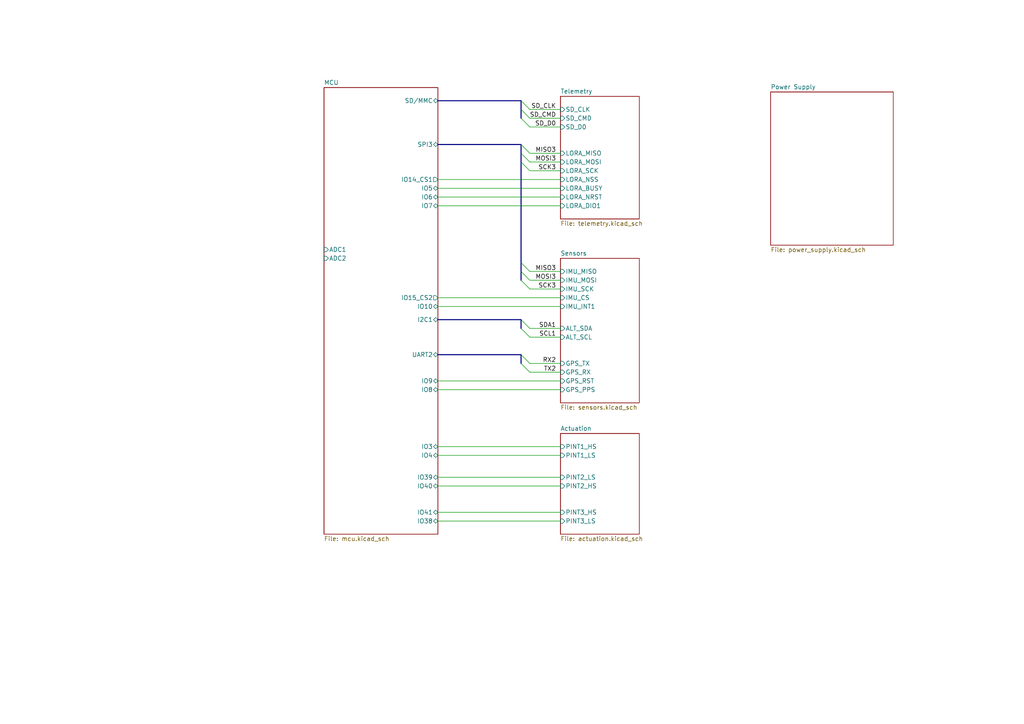
<source format=kicad_sch>
(kicad_sch
	(version 20250114)
	(generator "eeschema")
	(generator_version "9.0")
	(uuid "0e774532-df3b-4713-ac9c-64e52152da2c")
	(paper "A4")
	(lib_symbols)
	(bus_entry
		(at 151.13 29.21)
		(size 2.54 2.54)
		(stroke
			(width 0)
			(type default)
		)
		(uuid "0036e166-3413-4053-a5be-1d15d9f34a4a")
	)
	(bus_entry
		(at 151.13 41.91)
		(size 2.54 2.54)
		(stroke
			(width 0)
			(type default)
		)
		(uuid "0ef8b22a-d061-4551-a012-19daadbb6c40")
	)
	(bus_entry
		(at 151.13 95.25)
		(size 2.54 2.54)
		(stroke
			(width 0)
			(type default)
		)
		(uuid "2a779f6c-f497-4275-b5c6-c6aeef0a7d34")
	)
	(bus_entry
		(at 151.13 44.45)
		(size 2.54 2.54)
		(stroke
			(width 0)
			(type default)
		)
		(uuid "3098e9c0-c7dc-4105-a4e7-a2caa81e87ab")
	)
	(bus_entry
		(at 151.13 105.41)
		(size 2.54 2.54)
		(stroke
			(width 0)
			(type default)
		)
		(uuid "5c84f268-99c9-4d3d-b40f-35835d4ff303")
	)
	(bus_entry
		(at 151.13 81.28)
		(size 2.54 2.54)
		(stroke
			(width 0)
			(type default)
		)
		(uuid "71a68d4b-7d1c-4066-ac51-6c71421f52e3")
	)
	(bus_entry
		(at 151.13 34.29)
		(size 2.54 2.54)
		(stroke
			(width 0)
			(type default)
		)
		(uuid "79532ee0-5c8f-494e-b90f-6467fb9a4586")
	)
	(bus_entry
		(at 151.13 78.74)
		(size 2.54 2.54)
		(stroke
			(width 0)
			(type default)
		)
		(uuid "7cba653f-412a-402e-b24b-8903d85ca54b")
	)
	(bus_entry
		(at 151.13 76.2)
		(size 2.54 2.54)
		(stroke
			(width 0)
			(type default)
		)
		(uuid "7f4a6957-9ee1-45d6-84ce-9c08076a7213")
	)
	(bus_entry
		(at 151.13 92.71)
		(size 2.54 2.54)
		(stroke
			(width 0)
			(type default)
		)
		(uuid "7fe9ac85-d470-4fde-9e7b-a6fe4b3bc627")
	)
	(bus_entry
		(at 151.13 46.99)
		(size 2.54 2.54)
		(stroke
			(width 0)
			(type default)
		)
		(uuid "87695714-10d2-47ed-beb2-417e00bc7f4f")
	)
	(bus_entry
		(at 151.13 102.87)
		(size 2.54 2.54)
		(stroke
			(width 0)
			(type default)
		)
		(uuid "a8aad3ad-7d27-4a19-b778-0893fdb98a52")
	)
	(bus_entry
		(at 151.13 31.75)
		(size 2.54 2.54)
		(stroke
			(width 0)
			(type default)
		)
		(uuid "fff1652c-faef-4f79-93f8-117c5b004f9c")
	)
	(bus
		(pts
			(xy 127 41.91) (xy 151.13 41.91)
		)
		(stroke
			(width 0)
			(type default)
		)
		(uuid "0001091d-1b16-4885-99db-1669057c8c1f")
	)
	(wire
		(pts
			(xy 127 138.43) (xy 162.56 138.43)
		)
		(stroke
			(width 0)
			(type default)
		)
		(uuid "0e6bdcf9-d75a-4042-98ef-50f45565e05b")
	)
	(bus
		(pts
			(xy 151.13 46.99) (xy 151.13 76.2)
		)
		(stroke
			(width 0)
			(type default)
		)
		(uuid "11a836b9-9da3-414e-ae6f-c6c39857aed3")
	)
	(wire
		(pts
			(xy 153.67 105.41) (xy 162.56 105.41)
		)
		(stroke
			(width 0)
			(type default)
		)
		(uuid "1713b4a8-994e-46bf-a095-6e96b0bf8f81")
	)
	(bus
		(pts
			(xy 151.13 76.2) (xy 151.13 78.74)
		)
		(stroke
			(width 0)
			(type default)
		)
		(uuid "1772548d-6957-468a-ae9e-52bd8d1abd60")
	)
	(wire
		(pts
			(xy 153.67 36.83) (xy 162.56 36.83)
		)
		(stroke
			(width 0)
			(type default)
		)
		(uuid "1c68a0db-84e7-48c2-b87c-1d227171a9c5")
	)
	(wire
		(pts
			(xy 127 113.03) (xy 162.56 113.03)
		)
		(stroke
			(width 0)
			(type default)
		)
		(uuid "2b5d7f69-817d-426a-b290-4ad6b7608bfd")
	)
	(bus
		(pts
			(xy 127 29.21) (xy 151.13 29.21)
		)
		(stroke
			(width 0)
			(type default)
		)
		(uuid "2cd469dc-25f7-4495-8c3d-24ceb500a2d0")
	)
	(wire
		(pts
			(xy 153.67 34.29) (xy 162.56 34.29)
		)
		(stroke
			(width 0)
			(type default)
		)
		(uuid "2dbd1e1b-e100-4fc7-ada1-7f5f6d78a07a")
	)
	(bus
		(pts
			(xy 151.13 31.75) (xy 151.13 29.21)
		)
		(stroke
			(width 0)
			(type default)
		)
		(uuid "310da823-a8a5-42f1-bb6e-84f58a43fef0")
	)
	(wire
		(pts
			(xy 153.67 95.25) (xy 162.56 95.25)
		)
		(stroke
			(width 0)
			(type default)
		)
		(uuid "34deead8-571b-41ac-be13-01c0f5afd2f3")
	)
	(wire
		(pts
			(xy 127 110.49) (xy 162.56 110.49)
		)
		(stroke
			(width 0)
			(type default)
		)
		(uuid "360e1618-7baf-4a2f-ab45-80157608d6db")
	)
	(wire
		(pts
			(xy 153.67 81.28) (xy 162.56 81.28)
		)
		(stroke
			(width 0)
			(type default)
		)
		(uuid "3a57ede3-ba50-417a-add9-18e9046e557e")
	)
	(wire
		(pts
			(xy 127 57.15) (xy 162.56 57.15)
		)
		(stroke
			(width 0)
			(type default)
		)
		(uuid "498623f3-ff3d-42fa-9368-ca17a6eb0264")
	)
	(wire
		(pts
			(xy 153.67 49.53) (xy 162.56 49.53)
		)
		(stroke
			(width 0)
			(type default)
		)
		(uuid "50c4001e-12ad-4720-bdcc-95c40a01d2dc")
	)
	(wire
		(pts
			(xy 153.67 83.82) (xy 162.56 83.82)
		)
		(stroke
			(width 0)
			(type default)
		)
		(uuid "5f3c1f92-15e7-4c63-9099-f78e4a75832c")
	)
	(wire
		(pts
			(xy 127 59.69) (xy 162.56 59.69)
		)
		(stroke
			(width 0)
			(type default)
		)
		(uuid "61bae5e4-9eb4-492e-98f5-d7349aaeffc3")
	)
	(wire
		(pts
			(xy 127 132.08) (xy 162.56 132.08)
		)
		(stroke
			(width 0)
			(type default)
		)
		(uuid "68e9e1e9-5ad5-4714-85f9-66d42becf552")
	)
	(wire
		(pts
			(xy 127 86.36) (xy 162.56 86.36)
		)
		(stroke
			(width 0)
			(type default)
		)
		(uuid "6cf4cb3e-ede3-4b7a-a583-c612c6e2b7ae")
	)
	(wire
		(pts
			(xy 127 52.07) (xy 162.56 52.07)
		)
		(stroke
			(width 0)
			(type default)
		)
		(uuid "6e6af846-bf8e-45fd-839c-1f64452e83bc")
	)
	(bus
		(pts
			(xy 151.13 34.29) (xy 151.13 31.75)
		)
		(stroke
			(width 0)
			(type default)
		)
		(uuid "6ec1702f-81f0-475d-996b-4869fdc4b931")
	)
	(bus
		(pts
			(xy 151.13 44.45) (xy 151.13 41.91)
		)
		(stroke
			(width 0)
			(type default)
		)
		(uuid "7f26eb58-46c2-440d-89b1-663ce297e95c")
	)
	(wire
		(pts
			(xy 127 54.61) (xy 162.56 54.61)
		)
		(stroke
			(width 0)
			(type default)
		)
		(uuid "82e0fc63-0f72-4a5f-ad48-699824e45296")
	)
	(bus
		(pts
			(xy 151.13 95.25) (xy 151.13 92.71)
		)
		(stroke
			(width 0)
			(type default)
		)
		(uuid "96d12b34-dcb6-4fc6-a542-47288831f09a")
	)
	(wire
		(pts
			(xy 127 129.54) (xy 162.56 129.54)
		)
		(stroke
			(width 0)
			(type default)
		)
		(uuid "be65a891-3edb-4866-9996-7f1b21ed3782")
	)
	(wire
		(pts
			(xy 153.67 31.75) (xy 162.56 31.75)
		)
		(stroke
			(width 0)
			(type default)
		)
		(uuid "be700a45-8632-4a73-b857-be16430fdbe4")
	)
	(wire
		(pts
			(xy 153.67 46.99) (xy 162.56 46.99)
		)
		(stroke
			(width 0)
			(type default)
		)
		(uuid "c26ec667-ea89-49be-bb6a-79277287b2df")
	)
	(wire
		(pts
			(xy 153.67 44.45) (xy 162.56 44.45)
		)
		(stroke
			(width 0)
			(type default)
		)
		(uuid "c840fe50-de2f-4d57-acde-38150af7a5b7")
	)
	(bus
		(pts
			(xy 151.13 44.45) (xy 151.13 46.99)
		)
		(stroke
			(width 0)
			(type default)
		)
		(uuid "c9d2f2ee-afb4-4810-87b2-b18fddb33ea2")
	)
	(bus
		(pts
			(xy 151.13 78.74) (xy 151.13 81.28)
		)
		(stroke
			(width 0)
			(type default)
		)
		(uuid "cbdf4dbe-5d86-4485-935a-eaacde9ed8a1")
	)
	(bus
		(pts
			(xy 127 102.87) (xy 151.13 102.87)
		)
		(stroke
			(width 0)
			(type default)
		)
		(uuid "d65d7b70-ed31-4e06-ba30-9a22966c7264")
	)
	(wire
		(pts
			(xy 127 88.9) (xy 162.56 88.9)
		)
		(stroke
			(width 0)
			(type default)
		)
		(uuid "df4a29e5-4c04-4f31-8d71-2a083a133625")
	)
	(wire
		(pts
			(xy 127 151.13) (xy 162.56 151.13)
		)
		(stroke
			(width 0)
			(type default)
		)
		(uuid "df55dcd2-09bc-47e9-bc09-a08653578fd7")
	)
	(wire
		(pts
			(xy 153.67 78.74) (xy 162.56 78.74)
		)
		(stroke
			(width 0)
			(type default)
		)
		(uuid "ed143f0a-ecc2-4bdb-a107-3334f892fdb5")
	)
	(wire
		(pts
			(xy 127 148.59) (xy 162.56 148.59)
		)
		(stroke
			(width 0)
			(type default)
		)
		(uuid "ed4ed985-6f21-409d-878f-3b2a5b30b426")
	)
	(bus
		(pts
			(xy 151.13 105.41) (xy 151.13 102.87)
		)
		(stroke
			(width 0)
			(type default)
		)
		(uuid "f13750b3-1c8b-4fdc-835f-6d8845990af3")
	)
	(wire
		(pts
			(xy 153.67 97.79) (xy 162.56 97.79)
		)
		(stroke
			(width 0)
			(type default)
		)
		(uuid "f23f88ba-0bcf-44d8-ad7a-0faea22ae988")
	)
	(wire
		(pts
			(xy 127 140.97) (xy 162.56 140.97)
		)
		(stroke
			(width 0)
			(type default)
		)
		(uuid "f3bd019a-f49e-411c-8cbb-0e03f8137371")
	)
	(wire
		(pts
			(xy 153.67 107.95) (xy 162.56 107.95)
		)
		(stroke
			(width 0)
			(type default)
		)
		(uuid "f8dc87ef-2b75-467f-a122-e8bc676452d5")
	)
	(bus
		(pts
			(xy 127 92.71) (xy 151.13 92.71)
		)
		(stroke
			(width 0)
			(type default)
		)
		(uuid "fbc75219-4f91-4cd4-bf1d-fb24cccdb4f5")
	)
	(label "SD_CMD"
		(at 161.29 34.29 180)
		(effects
			(font
				(size 1.27 1.27)
			)
			(justify right bottom)
		)
		(uuid "03c7afb6-81a6-4799-8b43-3f9a1f443266")
	)
	(label "MISO3"
		(at 161.29 44.45 180)
		(effects
			(font
				(size 1.27 1.27)
			)
			(justify right bottom)
		)
		(uuid "2512568b-4d22-4c47-86eb-ea3fd15710a1")
	)
	(label "SCK3"
		(at 161.29 83.82 180)
		(effects
			(font
				(size 1.27 1.27)
			)
			(justify right bottom)
		)
		(uuid "2fd87bc0-73d8-4ff8-aee5-eebb2ab5ea83")
	)
	(label "MISO3"
		(at 161.29 78.74 180)
		(effects
			(font
				(size 1.27 1.27)
			)
			(justify right bottom)
		)
		(uuid "3820e0ab-7fd9-4693-838f-65b29e1c91bb")
	)
	(label "SD_CLK"
		(at 161.29 31.75 180)
		(effects
			(font
				(size 1.27 1.27)
			)
			(justify right bottom)
		)
		(uuid "42d98b63-cb23-4bc1-8f9f-c42137d40d2c")
	)
	(label "RX2"
		(at 161.29 105.41 180)
		(effects
			(font
				(size 1.27 1.27)
			)
			(justify right bottom)
		)
		(uuid "4a499ea1-7a49-4ffe-8064-607eab0eced6")
	)
	(label "MOSI3"
		(at 161.29 81.28 180)
		(effects
			(font
				(size 1.27 1.27)
			)
			(justify right bottom)
		)
		(uuid "77345075-391f-4c8b-a7c3-45d5dbfb7409")
	)
	(label "MOSI3"
		(at 161.29 46.99 180)
		(effects
			(font
				(size 1.27 1.27)
			)
			(justify right bottom)
		)
		(uuid "9b723822-fb35-424b-9953-e7cfdbfdff7f")
	)
	(label "SCL1"
		(at 161.29 97.79 180)
		(effects
			(font
				(size 1.27 1.27)
			)
			(justify right bottom)
		)
		(uuid "9bc2426f-4a2f-4b01-8d94-21a2912a640f")
	)
	(label "TX2"
		(at 161.29 107.95 180)
		(effects
			(font
				(size 1.27 1.27)
			)
			(justify right bottom)
		)
		(uuid "b76f9ff0-9f4b-4d33-97ba-7e1eeed083e1")
	)
	(label "SCK3"
		(at 161.29 49.53 180)
		(effects
			(font
				(size 1.27 1.27)
			)
			(justify right bottom)
		)
		(uuid "c7597ece-6d3a-421b-a581-b75f28efda76")
	)
	(label "SDA1"
		(at 161.29 95.25 180)
		(effects
			(font
				(size 1.27 1.27)
			)
			(justify right bottom)
		)
		(uuid "d0b3c39f-2160-48f3-bd7e-7fdcecb228c2")
	)
	(label "SD_D0"
		(at 161.29 36.83 180)
		(effects
			(font
				(size 1.27 1.27)
			)
			(justify right bottom)
		)
		(uuid "ef07424e-727c-43b1-9a24-364ebe240215")
	)
	(sheet
		(at 162.56 125.73)
		(size 22.86 29.21)
		(exclude_from_sim no)
		(in_bom yes)
		(on_board yes)
		(dnp no)
		(fields_autoplaced yes)
		(stroke
			(width 0.1524)
			(type solid)
		)
		(fill
			(color 0 0 0 0.0000)
		)
		(uuid "33354a2b-da3e-411d-89ea-c17b65fe6b6d")
		(property "Sheetname" "Actuation"
			(at 162.56 125.0184 0)
			(effects
				(font
					(size 1.27 1.27)
				)
				(justify left bottom)
			)
		)
		(property "Sheetfile" "actuation.kicad_sch"
			(at 162.56 155.5246 0)
			(effects
				(font
					(size 1.27 1.27)
				)
				(justify left top)
			)
		)
		(pin "PINT1_HS" input
			(at 162.56 129.54 180)
			(uuid "7ae4e136-ffd2-4113-84d0-e9406c5244b1")
			(effects
				(font
					(size 1.27 1.27)
				)
				(justify left)
			)
		)
		(pin "PINT1_LS" input
			(at 162.56 132.08 180)
			(uuid "65b6738f-ffc7-40ed-90d1-7f55fcb4bcc0")
			(effects
				(font
					(size 1.27 1.27)
				)
				(justify left)
			)
		)
		(pin "PINT2_LS" input
			(at 162.56 138.43 180)
			(uuid "fbe7911d-5e9e-43bb-91c7-9bd0df813fb3")
			(effects
				(font
					(size 1.27 1.27)
				)
				(justify left)
			)
		)
		(pin "PINT3_LS" input
			(at 162.56 151.13 180)
			(uuid "daaf37b2-e76d-4d7c-8977-d7abc0c397fb")
			(effects
				(font
					(size 1.27 1.27)
				)
				(justify left)
			)
		)
		(pin "PINT3_HS" input
			(at 162.56 148.59 180)
			(uuid "a04b5653-5a9b-4d0f-868e-a5d16a1b0f77")
			(effects
				(font
					(size 1.27 1.27)
				)
				(justify left)
			)
		)
		(pin "PINT2_HS" input
			(at 162.56 140.97 180)
			(uuid "b8409539-95da-49e1-971a-604c9792e0b0")
			(effects
				(font
					(size 1.27 1.27)
				)
				(justify left)
			)
		)
		(instances
			(project "flight_computer_starpi"
				(path "/0e774532-df3b-4713-ac9c-64e52152da2c"
					(page "4")
				)
			)
		)
	)
	(sheet
		(at 93.98 25.4)
		(size 33.02 129.54)
		(exclude_from_sim no)
		(in_bom yes)
		(on_board yes)
		(dnp no)
		(fields_autoplaced yes)
		(stroke
			(width 0.1524)
			(type solid)
		)
		(fill
			(color 0 0 0 0.0000)
		)
		(uuid "360c6508-e1da-4a7b-b1c3-7051c1cb7f4b")
		(property "Sheetname" "MCU"
			(at 93.98 24.6884 0)
			(effects
				(font
					(size 1.27 1.27)
				)
				(justify left bottom)
			)
		)
		(property "Sheetfile" "mcu.kicad_sch"
			(at 93.98 155.5246 0)
			(effects
				(font
					(size 1.27 1.27)
				)
				(justify left top)
			)
		)
		(pin "SD{slash}MMC" bidirectional
			(at 127 29.21 0)
			(uuid "64e6113e-6b60-4835-9521-4f0a9a38de7a")
			(effects
				(font
					(size 1.27 1.27)
				)
				(justify right)
			)
		)
		(pin "ADC2" input
			(at 93.98 74.93 180)
			(uuid "5b996592-6e00-4e7d-9643-e50e177debd9")
			(effects
				(font
					(size 1.27 1.27)
				)
				(justify left)
			)
		)
		(pin "UART2" bidirectional
			(at 127 102.87 0)
			(uuid "1f614e3d-9c42-456d-b9f0-e35cd5976a46")
			(effects
				(font
					(size 1.27 1.27)
				)
				(justify right)
			)
		)
		(pin "IO10" bidirectional
			(at 127 88.9 0)
			(uuid "821a58d9-c2a3-4000-bd03-b94fab2e7849")
			(effects
				(font
					(size 1.27 1.27)
				)
				(justify right)
			)
		)
		(pin "IO14_CS1" output
			(at 127 52.07 0)
			(uuid "8adf964d-9f94-4d50-94cc-45a3acbdbc31")
			(effects
				(font
					(size 1.27 1.27)
				)
				(justify right)
			)
		)
		(pin "IO4" bidirectional
			(at 127 132.08 0)
			(uuid "52645e07-b12e-439e-b6d6-1ee255d50e3f")
			(effects
				(font
					(size 1.27 1.27)
				)
				(justify right)
			)
		)
		(pin "SPI3" bidirectional
			(at 127 41.91 0)
			(uuid "ab5005bf-7118-4f4d-90a3-fc717bce3b89")
			(effects
				(font
					(size 1.27 1.27)
				)
				(justify right)
			)
		)
		(pin "ADC1" input
			(at 93.98 72.39 180)
			(uuid "be8ed70d-aee6-42f4-a3c5-c6e9a519e088")
			(effects
				(font
					(size 1.27 1.27)
				)
				(justify left)
			)
		)
		(pin "I2C1" bidirectional
			(at 127 92.71 0)
			(uuid "138de63f-a2ac-4050-90b7-bc0a09f8e8c3")
			(effects
				(font
					(size 1.27 1.27)
				)
				(justify right)
			)
		)
		(pin "IO15_CS2" output
			(at 127 86.36 0)
			(uuid "e5ca19cc-3eef-4b9c-9701-3a2abd4d6ef2")
			(effects
				(font
					(size 1.27 1.27)
				)
				(justify right)
			)
		)
		(pin "IO6" bidirectional
			(at 127 57.15 0)
			(uuid "34872ce8-22d9-4254-b079-0a7117d48af4")
			(effects
				(font
					(size 1.27 1.27)
				)
				(justify right)
			)
		)
		(pin "IO3" bidirectional
			(at 127 129.54 0)
			(uuid "f017bdab-3066-4424-9adb-6b87acc967a9")
			(effects
				(font
					(size 1.27 1.27)
				)
				(justify right)
			)
		)
		(pin "IO5" bidirectional
			(at 127 54.61 0)
			(uuid "f5cee61e-e4f5-43e3-9402-a6dbec3a739d")
			(effects
				(font
					(size 1.27 1.27)
				)
				(justify right)
			)
		)
		(pin "IO7" bidirectional
			(at 127 59.69 0)
			(uuid "5ccbabd2-fb6a-43ae-8d30-b1c7ff1f6560")
			(effects
				(font
					(size 1.27 1.27)
				)
				(justify right)
			)
		)
		(pin "IO9" bidirectional
			(at 127 110.49 0)
			(uuid "7e581f93-1a8c-463f-b5b0-45514b93d99a")
			(effects
				(font
					(size 1.27 1.27)
				)
				(justify right)
			)
		)
		(pin "IO8" bidirectional
			(at 127 113.03 0)
			(uuid "68bc0ac1-f4ef-4e31-80c5-0da322380a1d")
			(effects
				(font
					(size 1.27 1.27)
				)
				(justify right)
			)
		)
		(pin "IO39" bidirectional
			(at 127 138.43 0)
			(uuid "4756ec44-4d9e-4fc2-aecf-4793bcb2f65d")
			(effects
				(font
					(size 1.27 1.27)
				)
				(justify right)
			)
		)
		(pin "IO40" bidirectional
			(at 127 140.97 0)
			(uuid "09adb01e-3325-4a49-9469-524f7a619b24")
			(effects
				(font
					(size 1.27 1.27)
				)
				(justify right)
			)
		)
		(pin "IO41" bidirectional
			(at 127 148.59 0)
			(uuid "3a1f2e4a-f325-4304-a2de-f86f14fa58e2")
			(effects
				(font
					(size 1.27 1.27)
				)
				(justify right)
			)
		)
		(pin "IO38" bidirectional
			(at 127 151.13 0)
			(uuid "66ecdaa2-b6cb-4f9d-a4b9-001d487504f7")
			(effects
				(font
					(size 1.27 1.27)
				)
				(justify right)
			)
		)
		(instances
			(project "flight_computer_starpi"
				(path "/0e774532-df3b-4713-ac9c-64e52152da2c"
					(page "5")
				)
			)
		)
	)
	(sheet
		(at 223.52 26.67)
		(size 35.56 44.45)
		(exclude_from_sim no)
		(in_bom yes)
		(on_board yes)
		(dnp no)
		(fields_autoplaced yes)
		(stroke
			(width 0.1524)
			(type solid)
		)
		(fill
			(color 0 0 0 0.0000)
		)
		(uuid "481bde4d-67e6-41cb-9b0e-93e9a8e96a50")
		(property "Sheetname" "Power Supply"
			(at 223.52 25.9584 0)
			(effects
				(font
					(size 1.27 1.27)
				)
				(justify left bottom)
			)
		)
		(property "Sheetfile" "power_supply.kicad_sch"
			(at 223.52 71.7046 0)
			(effects
				(font
					(size 1.27 1.27)
				)
				(justify left top)
			)
		)
		(instances
			(project "flight_computer_starpi"
				(path "/0e774532-df3b-4713-ac9c-64e52152da2c"
					(page "6")
				)
			)
		)
	)
	(sheet
		(at 162.56 74.93)
		(size 22.86 41.91)
		(exclude_from_sim no)
		(in_bom yes)
		(on_board yes)
		(dnp no)
		(fields_autoplaced yes)
		(stroke
			(width 0.1524)
			(type solid)
		)
		(fill
			(color 0 0 0 0.0000)
		)
		(uuid "501f1855-a611-4edc-a1e0-7cd96e4972df")
		(property "Sheetname" "Sensors"
			(at 162.56 74.2184 0)
			(effects
				(font
					(size 1.27 1.27)
				)
				(justify left bottom)
			)
		)
		(property "Sheetfile" "sensors.kicad_sch"
			(at 162.56 117.4246 0)
			(effects
				(font
					(size 1.27 1.27)
				)
				(justify left top)
			)
		)
		(pin "IMU_INT1" input
			(at 162.56 88.9 180)
			(uuid "2a6b1b8f-1563-4060-8dd0-ee8ed5d210c0")
			(effects
				(font
					(size 1.27 1.27)
				)
				(justify left)
			)
		)
		(pin "IMU_MISO" input
			(at 162.56 78.74 180)
			(uuid "de7d9eb9-d746-4855-a719-7a9cff3b4ac4")
			(effects
				(font
					(size 1.27 1.27)
				)
				(justify left)
			)
		)
		(pin "ALT_SCL" input
			(at 162.56 97.79 180)
			(uuid "372dbc23-910f-4cc1-9770-e19d0e7db2c0")
			(effects
				(font
					(size 1.27 1.27)
				)
				(justify left)
			)
		)
		(pin "IMU_MOSI" input
			(at 162.56 81.28 180)
			(uuid "0a4a3af4-2135-4ef4-994d-48d0706b1250")
			(effects
				(font
					(size 1.27 1.27)
				)
				(justify left)
			)
		)
		(pin "IMU_SCK" input
			(at 162.56 83.82 180)
			(uuid "f7e3e164-6ea8-4caf-9a4b-2482edcf4c05")
			(effects
				(font
					(size 1.27 1.27)
				)
				(justify left)
			)
		)
		(pin "GPS_TX" input
			(at 162.56 105.41 180)
			(uuid "4cac094d-47a9-4687-93b0-1bc32959cf97")
			(effects
				(font
					(size 1.27 1.27)
				)
				(justify left)
			)
		)
		(pin "GPS_RX" input
			(at 162.56 107.95 180)
			(uuid "0c67377f-4072-422e-a0a2-13446175abfe")
			(effects
				(font
					(size 1.27 1.27)
				)
				(justify left)
			)
		)
		(pin "ALT_SDA" input
			(at 162.56 95.25 180)
			(uuid "f7abf45c-0b8e-4612-b227-7b4dcabbb38a")
			(effects
				(font
					(size 1.27 1.27)
				)
				(justify left)
			)
		)
		(pin "GPS_PPS" input
			(at 162.56 113.03 180)
			(uuid "a747fb2d-dda3-4d95-a657-f07bc1657488")
			(effects
				(font
					(size 1.27 1.27)
				)
				(justify left)
			)
		)
		(pin "IMU_CS" input
			(at 162.56 86.36 180)
			(uuid "9cdefcc2-1096-4862-8f4a-796c1a9eedb5")
			(effects
				(font
					(size 1.27 1.27)
				)
				(justify left)
			)
		)
		(pin "GPS_RST" input
			(at 162.56 110.49 180)
			(uuid "60c0aed2-1d27-4b36-872d-753cb3343946")
			(effects
				(font
					(size 1.27 1.27)
				)
				(justify left)
			)
		)
		(instances
			(project "flight_computer_starpi"
				(path "/0e774532-df3b-4713-ac9c-64e52152da2c"
					(page "3")
				)
			)
		)
	)
	(sheet
		(at 162.56 27.94)
		(size 22.86 35.56)
		(exclude_from_sim no)
		(in_bom yes)
		(on_board yes)
		(dnp no)
		(fields_autoplaced yes)
		(stroke
			(width 0.1524)
			(type solid)
		)
		(fill
			(color 0 0 0 0.0000)
		)
		(uuid "6b03ccc0-774a-4a60-8d82-2be0621bee7a")
		(property "Sheetname" "Telemetry"
			(at 162.56 27.2284 0)
			(effects
				(font
					(size 1.27 1.27)
				)
				(justify left bottom)
			)
		)
		(property "Sheetfile" "telemetry.kicad_sch"
			(at 162.56 64.0846 0)
			(effects
				(font
					(size 1.27 1.27)
				)
				(justify left top)
			)
		)
		(pin "LORA_SCK" input
			(at 162.56 49.53 180)
			(uuid "3bd700b6-5184-4404-9501-614afd4a21fd")
			(effects
				(font
					(size 1.27 1.27)
				)
				(justify left)
			)
		)
		(pin "LORA_MISO" input
			(at 162.56 44.45 180)
			(uuid "aa675082-c224-4fa9-9548-cb6a19755d18")
			(effects
				(font
					(size 1.27 1.27)
				)
				(justify left)
			)
		)
		(pin "LORA_BUSY" input
			(at 162.56 54.61 180)
			(uuid "99bc9eb1-f31a-426b-83e4-2e5f0fe85416")
			(effects
				(font
					(size 1.27 1.27)
				)
				(justify left)
			)
		)
		(pin "SD_CMD" input
			(at 162.56 34.29 180)
			(uuid "ed00eac0-8d0f-411f-9d02-eff301c2fe38")
			(effects
				(font
					(size 1.27 1.27)
				)
				(justify left)
			)
		)
		(pin "LORA_NSS" input
			(at 162.56 52.07 180)
			(uuid "ad571df0-ac9d-4422-bb43-1d69176b1c3d")
			(effects
				(font
					(size 1.27 1.27)
				)
				(justify left)
			)
		)
		(pin "LORA_DIO1" input
			(at 162.56 59.69 180)
			(uuid "30162335-e10c-41ef-b2b3-d067929dbdec")
			(effects
				(font
					(size 1.27 1.27)
				)
				(justify left)
			)
		)
		(pin "SD_D0" input
			(at 162.56 36.83 180)
			(uuid "440b2f08-f729-455a-a6bf-5c79b1cf75e1")
			(effects
				(font
					(size 1.27 1.27)
				)
				(justify left)
			)
		)
		(pin "SD_CLK" input
			(at 162.56 31.75 180)
			(uuid "08c939c5-df2b-4fdc-93f4-291ae2853709")
			(effects
				(font
					(size 1.27 1.27)
				)
				(justify left)
			)
		)
		(pin "LORA_NRST" input
			(at 162.56 57.15 180)
			(uuid "ee223db3-2293-4474-b5f5-be786cceb427")
			(effects
				(font
					(size 1.27 1.27)
				)
				(justify left)
			)
		)
		(pin "LORA_MOSI" input
			(at 162.56 46.99 180)
			(uuid "33120809-162c-4cc6-b41d-7930533f83b9")
			(effects
				(font
					(size 1.27 1.27)
				)
				(justify left)
			)
		)
		(instances
			(project "flight_computer_starpi"
				(path "/0e774532-df3b-4713-ac9c-64e52152da2c"
					(page "2")
				)
			)
		)
	)
	(sheet_instances
		(path "/"
			(page "1")
		)
	)
	(embedded_fonts no)
)

</source>
